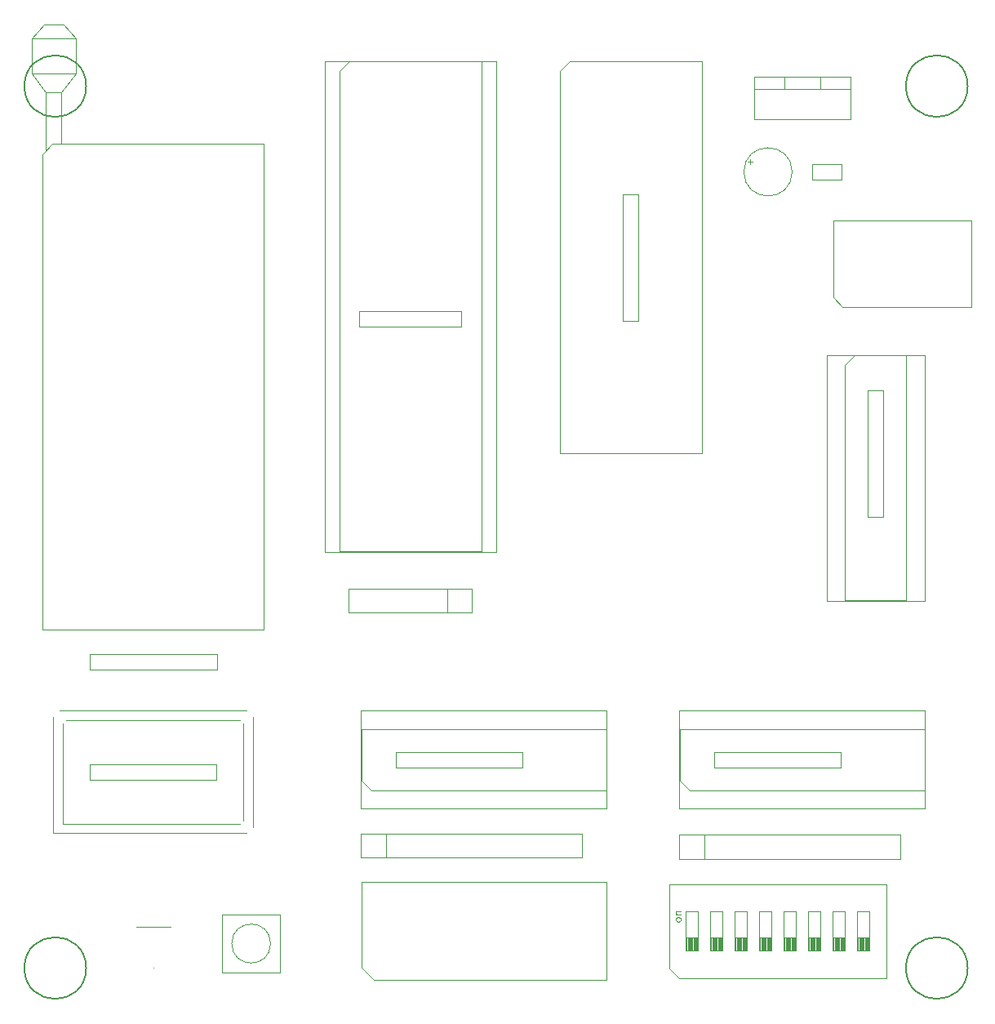
<source format=gbr>
%TF.GenerationSoftware,Novarm,DipTrace,4.3.0.4*%
%TF.CreationDate,2023-07-19T22:18:51+01:00*%
%FSLAX26Y26*%
%MOIN*%
%TF.FileFunction,Drawing,Top*%
%TF.Part,Single*%
%ADD10C,0.004724*%
%ADD15C,0.005906*%
%ADD19C,0.003937*%
G75*
G01*
%LPD*%
X4017717Y4143701D2*
D15*
G02X4017717Y4143701I125984J0D01*
G01*
X3090157Y501181D2*
D19*
X3050787Y540551D1*
X3936614Y501181D2*
X3090157D1*
X3050787Y540551D2*
Y886220D1*
X3118701Y613780D2*
X3168701D1*
X3122638D2*
Y667060D1*
X3126575Y613780D2*
Y667060D1*
X3130512Y613780D2*
Y667060D1*
X3134449Y613780D2*
Y667060D1*
X3138386Y613780D2*
Y667060D1*
X3142323Y613780D2*
Y667060D1*
X3146260Y613780D2*
Y667060D1*
X3150197Y613780D2*
Y667060D1*
X3154134Y613780D2*
Y667060D1*
X3158071Y613780D2*
Y667060D1*
X3162008Y613780D2*
Y667060D1*
X3165945Y613780D2*
Y667060D1*
X3168701Y613780D2*
Y773622D1*
X3218701Y613780D2*
X3268701D1*
X3222638D2*
Y667060D1*
X3226575Y613780D2*
Y667060D1*
X3230512Y613780D2*
Y667060D1*
X3234449Y613780D2*
Y667060D1*
X3238386Y613780D2*
Y667060D1*
X3242323Y613780D2*
Y667060D1*
X3246260Y613780D2*
Y667060D1*
X3250197Y613780D2*
Y667060D1*
X3254134Y613780D2*
Y667060D1*
X3258071Y613780D2*
Y667060D1*
X3262008Y613780D2*
Y667060D1*
X3265945Y613780D2*
Y667060D1*
X3268701Y613780D2*
Y773622D1*
X3318701Y613780D2*
X3368701D1*
X3322638D2*
Y667060D1*
X3326575Y613780D2*
Y667060D1*
X3330512Y613780D2*
Y667060D1*
X3334449Y613780D2*
Y667060D1*
X3338386Y613780D2*
Y667060D1*
X3342323Y613780D2*
Y667060D1*
X3346260Y613780D2*
Y667060D1*
X3350197Y613780D2*
Y667060D1*
X3354134Y613780D2*
Y667060D1*
X3358071Y613780D2*
Y667060D1*
X3362008Y613780D2*
Y667060D1*
X3365945Y613780D2*
Y667060D1*
X3368701Y613780D2*
Y773622D1*
X3418701Y613780D2*
X3468701D1*
X3422638D2*
Y667060D1*
X3426575Y613780D2*
Y667060D1*
X3430512Y613780D2*
Y667060D1*
X3434449Y613780D2*
Y667060D1*
X3438386Y613780D2*
Y667060D1*
X3442323Y613780D2*
Y667060D1*
X3446260Y613780D2*
Y667060D1*
X3450197Y613780D2*
Y667060D1*
X3454134Y613780D2*
Y667060D1*
X3458071Y613780D2*
Y667060D1*
X3462008Y613780D2*
Y667060D1*
X3465945Y613780D2*
Y667060D1*
X3468701Y613780D2*
Y773622D1*
X3518701Y613780D2*
X3568701D1*
X3522638D2*
Y667060D1*
X3526575Y613780D2*
Y667060D1*
X3530512Y613780D2*
Y667060D1*
X3534449Y613780D2*
Y667060D1*
X3538386Y613780D2*
Y667060D1*
X3542323Y613780D2*
Y667060D1*
X3546260Y613780D2*
Y667060D1*
X3550197Y613780D2*
Y667060D1*
X3554134Y613780D2*
Y667060D1*
X3558071Y613780D2*
Y667060D1*
X3562008Y613780D2*
Y667060D1*
X3565945Y613780D2*
Y667060D1*
X3568701Y613780D2*
Y773622D1*
X3618701Y613780D2*
X3668701D1*
X3622638D2*
Y667060D1*
X3626575Y613780D2*
Y667060D1*
X3630512Y613780D2*
Y667060D1*
X3634449Y613780D2*
Y667060D1*
X3638386Y613780D2*
Y667060D1*
X3642323Y613780D2*
Y667060D1*
X3646260Y613780D2*
Y667060D1*
X3650197Y613780D2*
Y667060D1*
X3654134Y613780D2*
Y667060D1*
X3658071Y613780D2*
Y667060D1*
X3662008Y613780D2*
Y667060D1*
X3665945Y613780D2*
Y667060D1*
X3668701Y613780D2*
Y773622D1*
X3718701Y613780D2*
X3768701D1*
X3722638D2*
Y667060D1*
X3726575Y613780D2*
Y667060D1*
X3730512Y613780D2*
Y667060D1*
X3734449Y613780D2*
Y667060D1*
X3738386Y613780D2*
Y667060D1*
X3742323Y613780D2*
Y667060D1*
X3746260Y613780D2*
Y667060D1*
X3750197Y613780D2*
Y667060D1*
X3754134Y613780D2*
Y667060D1*
X3758071Y613780D2*
Y667060D1*
X3762008Y613780D2*
Y667060D1*
X3765945Y613780D2*
Y667060D1*
X3768701Y613780D2*
Y773622D1*
X3818701Y613780D2*
X3868701D1*
X3822638D2*
Y667060D1*
X3826575Y613780D2*
Y667060D1*
X3830512Y613780D2*
Y667060D1*
X3834449Y613780D2*
Y667060D1*
X3838386Y613780D2*
Y667060D1*
X3842323Y613780D2*
Y667060D1*
X3846260Y613780D2*
Y667060D1*
X3850197Y613780D2*
Y667060D1*
X3854134Y613780D2*
Y667060D1*
X3858071Y613780D2*
Y667060D1*
X3862008Y613780D2*
Y667060D1*
X3865945Y613780D2*
Y667060D1*
X3868701Y613780D2*
Y773622D1*
X3118701Y667060D2*
X3168701D1*
X3218701D2*
X3268701D1*
X3318701D2*
X3368701D1*
X3418701D2*
X3468701D1*
X3518701D2*
X3568701D1*
X3618701D2*
X3668701D1*
X3718701D2*
X3768701D1*
X3818701D2*
X3868701D1*
X3118701Y773622D2*
Y613780D1*
X3168701Y773622D2*
X3118701D1*
X3218701D2*
Y613780D1*
X3268701Y773622D2*
X3218701D1*
X3318701D2*
Y613780D1*
X3368701Y773622D2*
X3318701D1*
X3418701D2*
Y613780D1*
X3468701Y773622D2*
X3418701D1*
X3518701D2*
Y613780D1*
X3568701Y773622D2*
X3518701D1*
X3618701D2*
Y613780D1*
X3668701Y773622D2*
X3618701D1*
X3718701D2*
Y613780D1*
X3768701Y773622D2*
X3718701D1*
X3818701D2*
Y613780D1*
X3868701Y773622D2*
X3818701D1*
X3050787Y886220D2*
X3936614D1*
Y501181D1*
X2925197Y3703543D2*
X2862205D1*
Y3185433D1*
X2925197D2*
Y3703543D1*
X2862205Y3185433D2*
X2925197D1*
X1013386Y712598D2*
X875591D1*
X943701Y546063D2*
G02X943701Y546063I0J0D01*
G01*
X874660Y712741D2*
G02X874660Y712741I0J0D01*
G01*
X2603740Y4204331D2*
X2643110Y4243701D1*
X2603740Y2643701D2*
Y4204331D1*
X2643110Y4243701D2*
X3183661D1*
Y2643701D1*
X2603740D1*
X3753543Y3762205D2*
Y3825197D1*
X3635433D1*
Y3762205D2*
X3753543D1*
X3635433Y3825197D2*
Y3762205D1*
X1784646Y3225197D2*
Y3162205D1*
X2202756D1*
Y3225197D2*
X1784646D1*
X2202756Y3162205D2*
Y3225197D1*
X1225591Y761811D2*
X1343701D1*
X1225591Y525591D2*
Y761811D1*
X1343701D2*
X1461811D1*
Y525591D1*
X1225591D1*
X1264348Y643701D2*
G02X1264348Y643701I79353J0D01*
G01*
X4017717Y543701D2*
D15*
G02X4017717Y543701I125984J0D01*
G01*
X417717Y4143701D2*
G02X417717Y4143701I125984J0D01*
G01*
X2244488Y1994488D2*
D19*
Y2092913D1*
X1742913D1*
X2143701Y1994488D2*
Y2092913D1*
X1742913Y1994488D2*
X2244488D1*
X1742913Y2092913D2*
Y1994488D1*
X3925197Y2903543D2*
X3862205D1*
Y2385433D1*
X3925197D2*
Y2903543D1*
X3862205Y2385433D2*
X3925197D1*
X536220Y1093701D2*
Y1568110D1*
Y1093701D2*
X1325591D1*
X561811Y1593701D2*
X1325591D1*
X575591Y1133071D2*
Y1540551D1*
Y1133071D2*
X1298031D1*
X589370Y1554331D2*
X1298031D1*
X1311811Y1146850D2*
Y1540551D1*
X1351181Y1568110D2*
Y1119291D1*
X561811Y1593701D2*
G02X561811Y1593701I0J0D01*
G01*
X589370Y1554331D2*
G02X589370Y1554331I0J0D01*
G01*
X1311811Y1540551D2*
G02X1311811Y1540551I0J0D01*
G01*
X1298031Y1133071D2*
G02X1298031Y1133071I0J0D01*
G01*
X1351181Y1568110D2*
G02X1351181Y1568110I0J0D01*
G01*
X1325591Y1093701D2*
G02X1325591Y1093701I0J0D01*
G01*
X3091339Y1193701D2*
X4096063D1*
Y1593701D1*
X3133071Y1268701D2*
X3093701Y1308071D1*
X4093701Y1268701D2*
X3133071D1*
X3093701Y1308071D2*
Y1518701D1*
X4093701D1*
Y1268701D1*
X3091339Y1593701D2*
Y1193701D1*
X4096063Y1593701D2*
X3091339D1*
X3759449Y3240945D2*
X3720079Y3280315D1*
X4283071Y3240945D2*
X3759449D1*
X3720079Y3595276D2*
Y3280315D1*
Y3595276D2*
X4283071D1*
Y3240945D1*
X1643701Y4246063D2*
Y2241339D1*
X2343701D1*
X1703740Y4204331D2*
X1743110Y4243701D1*
X1703740Y2243701D2*
Y4204331D1*
X1743110Y4243701D2*
X2283661D1*
Y2243701D1*
X1703740D1*
X2343701Y4246063D2*
X1643701D1*
X2343701Y2241339D2*
Y4246063D1*
X3234646Y1425197D2*
Y1362205D1*
X3752756D1*
Y1425197D2*
X3234646D1*
X3752756Y1362205D2*
Y1425197D1*
X446850Y4338583D2*
Y4196850D1*
Y4338583D2*
X498031Y4393701D1*
X446850Y4196850D2*
X505906Y4118110D1*
X446850Y4196850D2*
X627953D1*
X492913Y3863780D2*
X531496Y3909449D1*
X492913Y1925197D2*
Y3863780D1*
X498031Y4393701D2*
X576772D1*
X505906Y4118110D2*
X568898D1*
X505906Y3877559D2*
Y4118110D1*
X531496Y3909449D2*
X1394488D1*
X568898Y4118110D2*
Y3909449D1*
X576772Y4393701D2*
X627953Y4338583D1*
X446850D1*
X627953Y4196850D2*
X568898Y4118110D1*
X627953Y4196850D2*
Y4338583D1*
X1394488Y3909449D2*
Y1925197D1*
X492913D1*
X683858Y1375197D2*
Y1312205D1*
X1201969D1*
Y1375197D2*
X683858D1*
X1201969Y1312205D2*
Y1375197D1*
X1933858Y1425197D2*
Y1362205D1*
X2451969D1*
Y1425197D2*
X1933858D1*
X2451969Y1362205D2*
Y1425197D1*
X1203543Y1762205D2*
Y1825197D1*
X685433D1*
Y1762205D2*
X1203543D1*
X685433Y1825197D2*
Y1762205D1*
X1791339Y1193701D2*
X2796063D1*
Y1593701D1*
X1833071Y1268701D2*
X1793701Y1308071D1*
X2793701Y1268701D2*
X1833071D1*
X1793701Y1308071D2*
Y1518701D1*
X2793701D1*
Y1268701D1*
X1791339Y1593701D2*
Y1193701D1*
X2796063Y1593701D2*
X1791339D1*
X3370329Y3836516D2*
X3390014D1*
X3380172Y3846358D2*
Y3826673D1*
X3355906Y3793701D2*
G02X3355906Y3793701I98425J0D01*
G01*
X3092913Y1088583D2*
Y990157D1*
X3994488D1*
X3193701Y1088583D2*
Y990157D1*
X3994488Y1088583D2*
X3092913D1*
X3994488Y990157D2*
Y1088583D1*
X1843701Y493701D2*
X2793701D1*
Y893701D1*
X1793701Y543701D2*
X1843701Y493701D1*
X1793701Y543701D2*
Y893701D1*
X2793701D1*
X1792913Y1092913D2*
Y994488D1*
X2694488D1*
X1893701Y1092913D2*
Y994488D1*
X2694488Y1092913D2*
X1792913D1*
X2694488Y994488D2*
Y1092913D1*
X3693701Y3046063D2*
Y2041339D1*
X4093701D1*
X3768701Y3004331D2*
X3808071Y3043701D1*
X3768701Y2043701D2*
Y3004331D1*
X3808071Y3043701D2*
X4018701D1*
Y2043701D1*
X3768701D1*
X4093701Y3046063D2*
X3693701D1*
X4093701Y2041339D2*
Y3046063D1*
X417717Y543701D2*
D15*
G02X417717Y543701I125984J0D01*
G01*
X3396850Y4180512D2*
D19*
Y4007283D1*
Y4130512D2*
X3790551D1*
X3396850Y4007283D2*
X3790551D1*
X3520866Y4180512D2*
Y4130512D1*
X3666535Y4180512D2*
Y4130512D1*
X3790551Y4180512D2*
X3396850D1*
X3790551Y4007283D2*
Y4180512D1*
X3077913Y740132D2*
D10*
X3079339Y737280D1*
X3082224Y734395D1*
X3086535Y732969D1*
X3089387D1*
X3093698Y734395D1*
X3096550Y737280D1*
X3098009Y740132D1*
Y744443D1*
X3096550Y747328D1*
X3093698Y750180D1*
X3089387Y751639D1*
X3086535D1*
X3082224Y750180D1*
X3079339Y747328D1*
X3077913Y744443D1*
Y740132D1*
Y761088D2*
X3098009D1*
X3083650D2*
X3079339Y765399D1*
X3077913Y768284D1*
Y772562D1*
X3079339Y775447D1*
X3083650Y776873D1*
X3098009D1*
M02*

</source>
